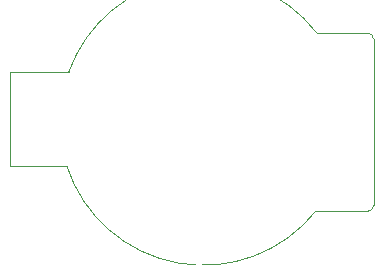
<source format=gbr>
%TF.GenerationSoftware,KiCad,Pcbnew,6.0.2+dfsg-1*%
%TF.CreationDate,2023-09-01T00:23:26+02:00*%
%TF.ProjectId,microUnUn,6d696372-6f55-46e5-956e-2e6b69636164,rev?*%
%TF.SameCoordinates,Original*%
%TF.FileFunction,Profile,NP*%
%FSLAX46Y46*%
G04 Gerber Fmt 4.6, Leading zero omitted, Abs format (unit mm)*
G04 Created by KiCad (PCBNEW 6.0.2+dfsg-1) date 2023-09-01 00:23:26*
%MOMM*%
%LPD*%
G01*
G04 APERTURE LIST*
%TA.AperFunction,Profile*%
%ADD10C,0.100000*%
%TD*%
G04 APERTURE END LIST*
D10*
X124500000Y-78400000D02*
G75*
G03*
X125000000Y-77900000I-1J500001D01*
G01*
X125000000Y-63800000D02*
G75*
G03*
X124500000Y-63300000I-500000J0D01*
G01*
X120195097Y-63303779D02*
G75*
G03*
X99200000Y-66600000I-9595099J-7396212D01*
G01*
X99038602Y-74587355D02*
G75*
G03*
X120100000Y-78400000I11561398J3787354D01*
G01*
X124500000Y-63300000D02*
X120200000Y-63300000D01*
X124500000Y-78400000D02*
X120100000Y-78400000D01*
X125000000Y-63800000D02*
X125000000Y-77900000D01*
X99200000Y-66600000D02*
X94200000Y-66600000D01*
X94200000Y-74600000D02*
X99054625Y-74582106D01*
X94200000Y-66600000D02*
X94200000Y-74600000D01*
M02*

</source>
